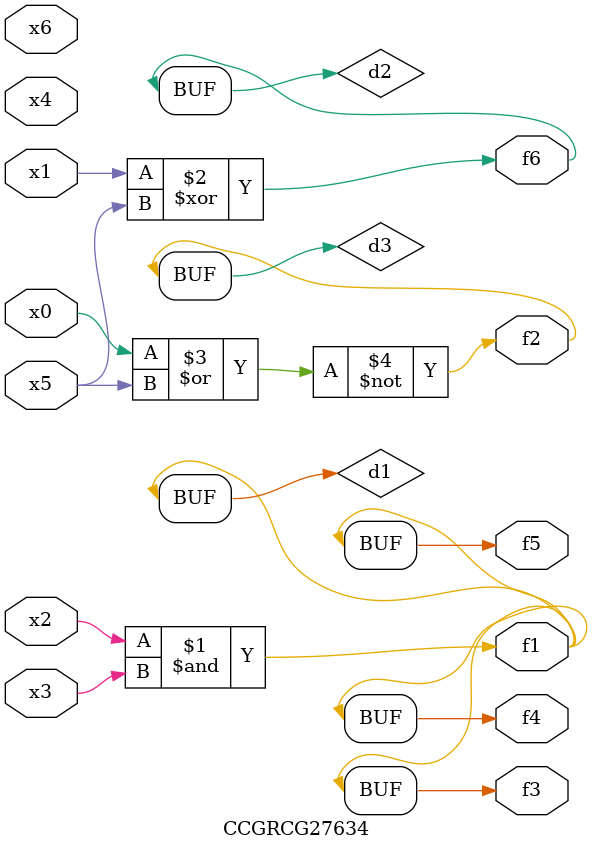
<source format=v>
module CCGRCG27634(
	input x0, x1, x2, x3, x4, x5, x6,
	output f1, f2, f3, f4, f5, f6
);

	wire d1, d2, d3;

	and (d1, x2, x3);
	xor (d2, x1, x5);
	nor (d3, x0, x5);
	assign f1 = d1;
	assign f2 = d3;
	assign f3 = d1;
	assign f4 = d1;
	assign f5 = d1;
	assign f6 = d2;
endmodule

</source>
